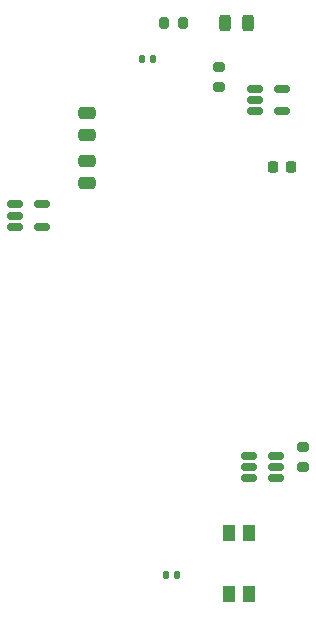
<source format=gbr>
%TF.GenerationSoftware,KiCad,Pcbnew,7.0.7*%
%TF.CreationDate,2024-09-13T10:44:57-05:00*%
%TF.ProjectId,OM-EPSC3-Micro,4f4d2d45-5053-4433-932d-4d6963726f2e,rev?*%
%TF.SameCoordinates,Original*%
%TF.FileFunction,Paste,Top*%
%TF.FilePolarity,Positive*%
%FSLAX46Y46*%
G04 Gerber Fmt 4.6, Leading zero omitted, Abs format (unit mm)*
G04 Created by KiCad (PCBNEW 7.0.7) date 2024-09-13 10:44:57*
%MOMM*%
%LPD*%
G01*
G04 APERTURE LIST*
G04 Aperture macros list*
%AMRoundRect*
0 Rectangle with rounded corners*
0 $1 Rounding radius*
0 $2 $3 $4 $5 $6 $7 $8 $9 X,Y pos of 4 corners*
0 Add a 4 corners polygon primitive as box body*
4,1,4,$2,$3,$4,$5,$6,$7,$8,$9,$2,$3,0*
0 Add four circle primitives for the rounded corners*
1,1,$1+$1,$2,$3*
1,1,$1+$1,$4,$5*
1,1,$1+$1,$6,$7*
1,1,$1+$1,$8,$9*
0 Add four rect primitives between the rounded corners*
20,1,$1+$1,$2,$3,$4,$5,0*
20,1,$1+$1,$4,$5,$6,$7,0*
20,1,$1+$1,$6,$7,$8,$9,0*
20,1,$1+$1,$8,$9,$2,$3,0*%
G04 Aperture macros list end*
%ADD10RoundRect,0.200000X-0.200000X-0.275000X0.200000X-0.275000X0.200000X0.275000X-0.200000X0.275000X0*%
%ADD11RoundRect,0.150000X-0.512500X-0.150000X0.512500X-0.150000X0.512500X0.150000X-0.512500X0.150000X0*%
%ADD12RoundRect,0.140000X-0.140000X-0.170000X0.140000X-0.170000X0.140000X0.170000X-0.140000X0.170000X0*%
%ADD13RoundRect,0.140000X0.140000X0.170000X-0.140000X0.170000X-0.140000X-0.170000X0.140000X-0.170000X0*%
%ADD14RoundRect,0.250000X0.475000X-0.250000X0.475000X0.250000X-0.475000X0.250000X-0.475000X-0.250000X0*%
%ADD15RoundRect,0.243750X-0.243750X-0.456250X0.243750X-0.456250X0.243750X0.456250X-0.243750X0.456250X0*%
%ADD16RoundRect,0.200000X0.275000X-0.200000X0.275000X0.200000X-0.275000X0.200000X-0.275000X-0.200000X0*%
%ADD17R,1.000000X1.450000*%
%ADD18RoundRect,0.225000X-0.225000X-0.250000X0.225000X-0.250000X0.225000X0.250000X-0.225000X0.250000X0*%
G04 APERTURE END LIST*
D10*
%TO.C,R2*%
X222886000Y-92964000D03*
X224536000Y-92964000D03*
%TD*%
D11*
%TO.C,U5*%
X210312000Y-108336000D03*
X210312000Y-109286000D03*
X210312000Y-110236000D03*
X212587000Y-110236000D03*
X212587000Y-108336000D03*
%TD*%
%TO.C,U2*%
X230632000Y-98552000D03*
X230632000Y-99502000D03*
X230632000Y-100452000D03*
X232907000Y-100452000D03*
X232907000Y-98552000D03*
%TD*%
D12*
%TO.C,C1*%
X223068000Y-139700000D03*
X224028000Y-139700000D03*
%TD*%
D13*
%TO.C,C2*%
X221996000Y-96012000D03*
X221036000Y-96012000D03*
%TD*%
D14*
%TO.C,C9*%
X216408000Y-106548000D03*
X216408000Y-104648000D03*
%TD*%
D15*
%TO.C,D1*%
X228092000Y-92964000D03*
X229967000Y-92964000D03*
%TD*%
D16*
%TO.C,R1*%
X227584000Y-98361000D03*
X227584000Y-96711000D03*
%TD*%
%TO.C,R8*%
X234696000Y-130556000D03*
X234696000Y-128906000D03*
%TD*%
D17*
%TO.C,SW2*%
X228424000Y-136144000D03*
X230124000Y-136144000D03*
X228424000Y-141294000D03*
X230124000Y-141294000D03*
%TD*%
D18*
%TO.C,C5*%
X232130000Y-105156000D03*
X233680000Y-105156000D03*
%TD*%
D11*
%TO.C,MAX1*%
X230124000Y-129606000D03*
X230124000Y-130556000D03*
X230124000Y-131506000D03*
X232399000Y-131506000D03*
X232399000Y-130556000D03*
X232399000Y-129606000D03*
%TD*%
D14*
%TO.C,C10*%
X216408000Y-102484000D03*
X216408000Y-100584000D03*
%TD*%
M02*

</source>
